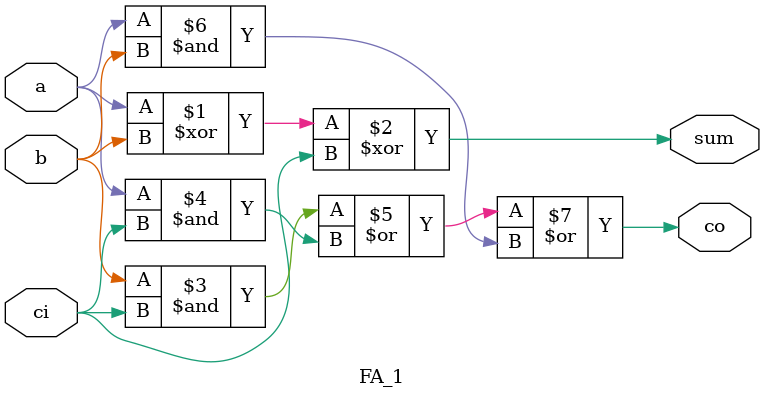
<source format=v>
`timescale 1ns / 1ps


module FA_1(input a, b, ci, output sum, co);
    //wire n1, n2, n3;
    //wire xor1;
    //xor(xor1, a, b);
    //xor(sum, xor1, ci);
    //and(n1, b, ci);
    //and(n2, a, ci);
    //and(n3, a, b);
    //or(co, n1, n2, n3);
    
    assign sum = a^b^ci;
    assign co = b&ci|a&ci|a&b;
    
endmodule

</source>
